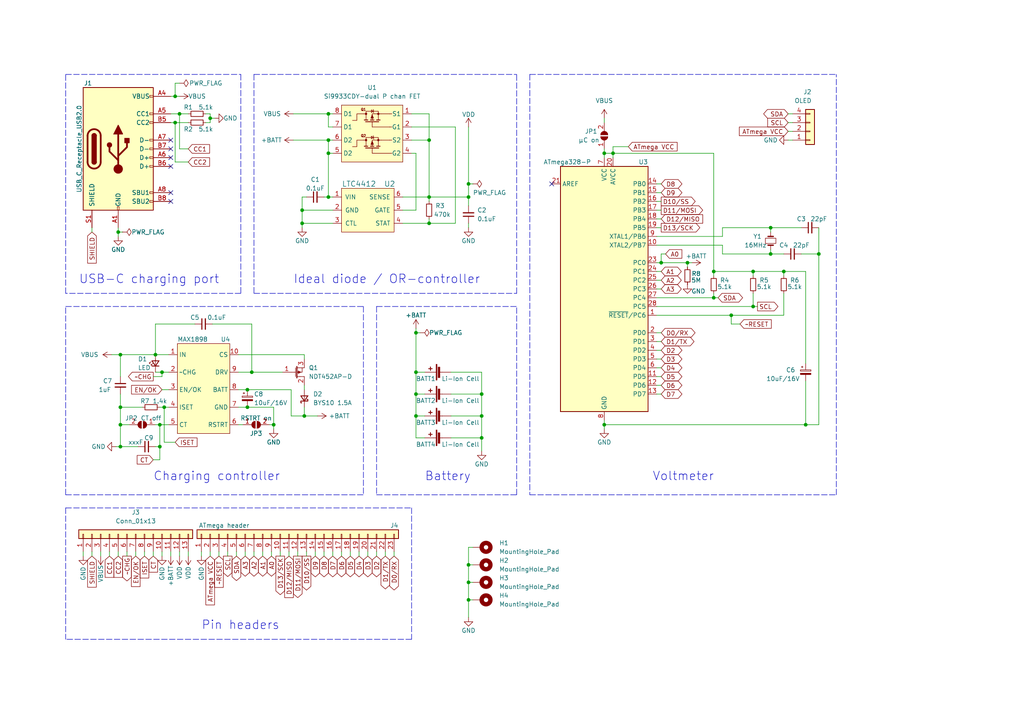
<source format=kicad_sch>
(kicad_sch (version 20210621) (generator eeschema)
  (paper "A4")
  (lib_symbols
    (symbol "Connector:USB_C_Receptacle_USB2.0" (pin_names (offset 1.016))
      (property "Reference" "J" (at -10.16 19.05 0))
      (property "Value" "USB_C_Receptacle_USB2.0" (at 19.05 19.05 0))
      (symbol "USB_C_Receptacle_USB2.0_1_1"
        (pin passive line (at 0 -22.86 90) (length 5.08) (name "GND") (number "A1"))
        (pin passive line (at 0 -22.86 90) (length 5.08) hide (name "GND") (number "A12"))
        (pin passive line (at 15.24 15.24 180) (length 5.08) (name "VBUS") (number "A4"))
        (pin bidirectional line (at 15.24 10.16 180) (length 5.08) (name "CC1") (number "A5"))
        (pin bidirectional line (at 15.24 -2.54 180) (length 5.08) (name "D+") (number "A6"))
        (pin bidirectional line (at 15.24 2.54 180) (length 5.08) (name "D-") (number "A7"))
        (pin bidirectional line (at 15.24 -12.7 180) (length 5.08) (name "SBU1") (number "A8"))
        (pin passive line (at 15.24 15.24 180) (length 5.08) hide (name "VBUS") (number "A9"))
        (pin passive line (at 0 -22.86 90) (length 5.08) hide (name "GND") (number "B1"))
        (pin passive line (at 0 -22.86 90) (length 5.08) hide (name "GND") (number "B12"))
        (pin passive line (at 15.24 15.24 180) (length 5.08) hide (name "VBUS") (number "B4"))
        (pin bidirectional line (at 15.24 7.62 180) (length 5.08) (name "CC2") (number "B5"))
        (pin bidirectional line (at 15.24 -5.08 180) (length 5.08) (name "D+") (number "B6"))
        (pin bidirectional line (at 15.24 0 180) (length 5.08) (name "D-") (number "B7"))
        (pin bidirectional line (at 15.24 -15.24 180) (length 5.08) (name "SBU2") (number "B8"))
        (pin passive line (at 15.24 15.24 180) (length 5.08) hide (name "VBUS") (number "B9"))
        (pin passive line (at -7.62 -22.86 90) (length 5.08) (name "SHIELD") (number "S1"))
      )
    )
    (symbol "Connector_Generic:Conn_01x04" (pin_names (offset 1.016) hide)
      (property "Reference" "J" (at 0 5.08 0))
      (property "Value" "Conn_01x04" (at 0 -7.62 0))
      (symbol "Conn_01x04_1_1"
        (pin passive line (at -5.08 2.54 0) (length 3.81) (name "Pin_1") (number "1"))
        (pin passive line (at -5.08 0 0) (length 3.81) (name "Pin_2") (number "2"))
        (pin passive line (at -5.08 -2.54 0) (length 3.81) (name "Pin_3") (number "3"))
        (pin passive line (at -5.08 -5.08 0) (length 3.81) (name "Pin_4") (number "4"))
      )
    )
    (symbol "Connector_Generic:Conn_01x13" (pin_names (offset 1.016) hide)
      (property "Reference" "J" (at 0 17.78 0))
      (property "Value" "Conn_01x13" (at 0 -17.78 0))
      (symbol "Conn_01x13_1_1"
        (pin passive line (at -5.08 15.24 0) (length 3.81) (name "Pin_1") (number "1"))
        (pin passive line (at -5.08 -7.62 0) (length 3.81) (name "Pin_10") (number "10"))
        (pin passive line (at -5.08 -10.16 0) (length 3.81) (name "Pin_11") (number "11"))
        (pin passive line (at -5.08 -12.7 0) (length 3.81) (name "Pin_12") (number "12"))
        (pin passive line (at -5.08 -15.24 0) (length 3.81) (name "Pin_13") (number "13"))
        (pin passive line (at -5.08 12.7 0) (length 3.81) (name "Pin_2") (number "2"))
        (pin passive line (at -5.08 10.16 0) (length 3.81) (name "Pin_3") (number "3"))
        (pin passive line (at -5.08 7.62 0) (length 3.81) (name "Pin_4") (number "4"))
        (pin passive line (at -5.08 5.08 0) (length 3.81) (name "Pin_5") (number "5"))
        (pin passive line (at -5.08 2.54 0) (length 3.81) (name "Pin_6") (number "6"))
        (pin passive line (at -5.08 0 0) (length 3.81) (name "Pin_7") (number "7"))
        (pin passive line (at -5.08 -2.54 0) (length 3.81) (name "Pin_8") (number "8"))
        (pin passive line (at -5.08 -5.08 0) (length 3.81) (name "Pin_9") (number "9"))
      )
    )
    (symbol "Connector_Generic:Conn_01x23" (pin_names (offset 1.016) hide)
      (property "Reference" "J" (at 0 30.48 0))
      (property "Value" "Conn_01x23" (at 0 -30.48 0))
      (symbol "Conn_01x23_1_1"
        (pin passive line (at -5.08 27.94 0) (length 3.81) (name "Pin_1") (number "1"))
        (pin passive line (at -5.08 5.08 0) (length 3.81) (name "Pin_10") (number "10"))
        (pin passive line (at -5.08 2.54 0) (length 3.81) (name "Pin_11") (number "11"))
        (pin passive line (at -5.08 0 0) (length 3.81) (name "Pin_12") (number "12"))
        (pin passive line (at -5.08 -2.54 0) (length 3.81) (name "Pin_13") (number "13"))
        (pin passive line (at -5.08 -5.08 0) (length 3.81) (name "Pin_14") (number "14"))
        (pin passive line (at -5.08 -7.62 0) (length 3.81) (name "Pin_15") (number "15"))
        (pin passive line (at -5.08 -10.16 0) (length 3.81) (name "Pin_16") (number "16"))
        (pin passive line (at -5.08 -12.7 0) (length 3.81) (name "Pin_17") (number "17"))
        (pin passive line (at -5.08 -15.24 0) (length 3.81) (name "Pin_18") (number "18"))
        (pin passive line (at -5.08 -17.78 0) (length 3.81) (name "Pin_19") (number "19"))
        (pin passive line (at -5.08 25.4 0) (length 3.81) (name "Pin_2") (number "2"))
        (pin passive line (at -5.08 -20.32 0) (length 3.81) (name "Pin_20") (number "20"))
        (pin passive line (at -5.08 -22.86 0) (length 3.81) (name "Pin_21") (number "21"))
        (pin passive line (at -5.08 -25.4 0) (length 3.81) (name "Pin_22") (number "22"))
        (pin passive line (at -5.08 -27.94 0) (length 3.81) (name "Pin_23") (number "23"))
        (pin passive line (at -5.08 22.86 0) (length 3.81) (name "Pin_3") (number "3"))
        (pin passive line (at -5.08 20.32 0) (length 3.81) (name "Pin_4") (number "4"))
        (pin passive line (at -5.08 17.78 0) (length 3.81) (name "Pin_5") (number "5"))
        (pin passive line (at -5.08 15.24 0) (length 3.81) (name "Pin_6") (number "6"))
        (pin passive line (at -5.08 12.7 0) (length 3.81) (name "Pin_7") (number "7"))
        (pin passive line (at -5.08 10.16 0) (length 3.81) (name "Pin_8") (number "8"))
        (pin passive line (at -5.08 7.62 0) (length 3.81) (name "Pin_9") (number "9"))
      )
    )
    (symbol "Device:Battery_Cell" (pin_numbers hide) (pin_names (offset 0) hide)
      (property "Reference" "BT" (at 2.54 2.54 0))
      (property "Value" "Battery_Cell" (at 2.54 0 0))
      (symbol "Battery_Cell_1_1"
        (pin passive line (at 0 5.08 270) (length 2.54) (name "+") (number "1"))
        (pin passive line (at 0 -2.54 90) (length 2.54) (name "-") (number "2"))
      )
    )
    (symbol "Device:C_Polarized_Small" (pin_numbers hide) (pin_names (offset 0.254) hide)
      (property "Reference" "C" (at 0.254 1.778 0))
      (property "Value" "C_Polarized_Small" (at 0.254 -2.032 0))
      (symbol "C_Polarized_Small_1_1"
        (pin passive line (at 0 2.54 270) (length 1.8542) (name "~") (number "1"))
        (pin passive line (at 0 -2.54 90) (length 1.8542) (name "~") (number "2"))
      )
    )
    (symbol "Device:C_Small" (pin_numbers hide) (pin_names (offset 0.254) hide)
      (property "Reference" "C" (at 0.254 1.778 0))
      (property "Value" "C_Small" (at 0.254 -2.032 0))
      (symbol "C_Small_1_1"
        (pin passive line (at 0 2.54 270) (length 2.032) (name "~") (number "1"))
        (pin passive line (at 0 -2.54 90) (length 2.032) (name "~") (number "2"))
      )
    )
    (symbol "Device:Crystal_Small" (pin_numbers hide) (pin_names (offset 1.016) hide)
      (property "Reference" "Y" (at 0 2.54 0))
      (property "Value" "Crystal_Small" (at 0 -2.54 0))
      (symbol "Crystal_Small_1_1"
        (pin passive line (at -2.54 0 0) (length 1.27) (name "1") (number "1"))
        (pin passive line (at 2.54 0 180) (length 1.27) (name "2") (number "2"))
      )
    )
    (symbol "Device:D_Schottky_Small" (pin_numbers hide) (pin_names (offset 0.254) hide)
      (property "Reference" "D" (at -1.27 2.032 0))
      (property "Value" "D_Schottky_Small" (at -7.112 -2.032 0))
      (symbol "D_Schottky_Small_1_1"
        (pin passive line (at -2.54 0 0) (length 1.778) (name "K") (number "1"))
        (pin passive line (at 2.54 0 180) (length 1.778) (name "A") (number "2"))
      )
    )
    (symbol "Device:LED_Small" (pin_numbers hide) (pin_names (offset 0.254) hide)
      (property "Reference" "D" (at -1.27 3.175 0))
      (property "Value" "LED_Small" (at -4.445 -2.54 0))
      (symbol "LED_Small_1_1"
        (pin passive line (at -2.54 0 0) (length 1.778) (name "K") (number "1"))
        (pin passive line (at 2.54 0 180) (length 1.778) (name "A") (number "2"))
      )
    )
    (symbol "Device:R_Small" (pin_numbers hide) (pin_names (offset 0.254) hide)
      (property "Reference" "R" (at 0.762 0.508 0))
      (property "Value" "R_Small" (at 0.762 -1.016 0))
      (symbol "R_Small_1_1"
        (pin passive line (at 0 2.54 270) (length 0.762) (name "~") (number "1"))
        (pin passive line (at 0 -2.54 90) (length 0.762) (name "~") (number "2"))
      )
    )
    (symbol "Jumper:SolderJumper_2_Open" (pin_names (offset 0) hide)
      (property "Reference" "JP" (at 0 2.032 0))
      (property "Value" "SolderJumper_2_Open" (at 0 -2.54 0))
      (symbol "SolderJumper_2_Open_1_1"
        (pin passive line (at -3.81 0 0) (length 2.54) (name "A") (number "1"))
        (pin passive line (at 3.81 0 180) (length 2.54) (name "B") (number "2"))
      )
    )
    (symbol "Li-Ion_18650_charger:LTC4412ES6_TRMPBF" (pin_names (offset 1.016))
      (property "Reference" "U" (at -7.62 -3.81 0))
      (property "Value" "LTC4412ES6_TRMPBF" (at -11.43 -19.05 0))
      (symbol "LTC4412ES6_TRMPBF_1_1"
        (pin power_in line (at -10.16 -7.62 0) (length 2.54) (name "VIN") (number "1"))
        (pin power_in line (at -10.16 -11.43 0) (length 2.54) (name "GND") (number "2"))
        (pin input line (at -10.16 -15.24 0) (length 2.54) (name "CTL") (number "3"))
        (pin output line (at 10.16 -15.24 180) (length 2.54) (name "STAT") (number "4"))
        (pin output line (at 10.16 -11.43 180) (length 2.54) (name "GATE") (number "5"))
        (pin input line (at 10.16 -7.62 180) (length 2.54) (name "SENSE") (number "6"))
      )
    )
    (symbol "Li-Ion_18650_charger:MAX1898"
      (property "Reference" "U" (at 6.35 14.605 0))
      (property "Value" "MAX1898" (at -3.175 14.605 0))
      (symbol "MAX1898_1_1"
        (pin power_in line (at -10.16 10.16 0) (length 2.54) (name "IN") (number "1"))
        (pin input line (at 10.16 10.16 180) (length 2.54) (name "CS") (number "10"))
        (pin output line (at -10.16 5.08 0) (length 2.54) (name "~CHG") (number "2"))
        (pin bidirectional line (at -10.16 0 0) (length 2.54) (name "EN/OK") (number "3"))
        (pin input line (at -10.16 -5.08 0) (length 2.54) (name "ISET") (number "4"))
        (pin input line (at -10.16 -10.16 0) (length 2.54) (name "CT") (number "5"))
        (pin input line (at 10.16 -10.16 180) (length 2.54) (name "RSTRT") (number "6"))
        (pin power_in line (at 10.16 -5.08 180) (length 2.54) (name "GND") (number "7"))
        (pin passive line (at 10.16 0 180) (length 2.54) (name "BATT") (number "8"))
        (pin output line (at 10.16 5.08 180) (length 2.54) (name "DRV") (number "9"))
      )
    )
    (symbol "Li-Ion_18650_charger:PMOS_GDS_small"
      (property "Reference" "Q" (at 3.81 1.27 0))
      (property "Value" "PMOS_GDS_small" (at 11.43 -1.27 0))
      (symbol "PMOS_GDS_small_1_1"
        (pin passive line (at -3.81 0 0) (length 2.54) (name "") (number "1"))
        (pin passive line (at 2.54 3.81 270) (length 2.54) (name "") (number "2"))
        (pin passive line (at 2.54 -3.81 90) (length 2.54) (name "") (number "3"))
      )
    )
    (symbol "Li-Ion_18650_charger:Si9933CDY-dual P chan FET"
      (property "Reference" "U" (at -8.255 1.27 0))
      (property "Value" "Si9933CDY-dual P chan FET" (at 0.635 -17.78 0))
      (symbol "Si9933CDY-dual P chan FET_0_0"
        (text "Q1" (at -2.54 -1.27 0) (effects (font (size 0.7 0.7))))
        (text "Q2" (at -2.54 -8.89 0) (effects (font (size 0.7 0.7))))
      )
      (symbol "Si9933CDY-dual P chan FET_1_1"
        (pin passive line (at 11.43 -2.54 180) (length 2.54) (name "S1") (number "1"))
        (pin input line (at 11.43 -6.35 180) (length 2.54) (name "G1") (number "2"))
        (pin passive line (at 11.43 -10.16 180) (length 2.54) (name "S2") (number "3"))
        (pin input line (at 11.43 -13.97 180) (length 2.54) (name "G2") (number "4"))
        (pin passive line (at -11.43 -13.97 0) (length 2.54) (name "D2") (number "5"))
        (pin passive line (at -11.43 -10.16 0) (length 2.54) (name "D2") (number "6"))
        (pin passive line (at -11.43 -6.35 0) (length 2.54) (name "D1") (number "7"))
        (pin passive line (at -11.43 -2.54 0) (length 2.54) (name "D1") (number "8"))
      )
    )
    (symbol "MCU_Microchip_ATmega:ATmega328-P"
      (property "Reference" "U" (at -12.7 36.83 0))
      (property "Value" "ATmega328-P" (at 2.54 -36.83 0))
      (symbol "ATmega328-P_1_1"
        (pin bidirectional line (at 15.24 -7.62 180) (length 2.54) (name "~{RESET}/PC6") (number "1"))
        (pin bidirectional line (at 15.24 12.7 180) (length 2.54) (name "XTAL2/PB7") (number "10"))
        (pin bidirectional line (at 15.24 -25.4 180) (length 2.54) (name "PD5") (number "11"))
        (pin bidirectional line (at 15.24 -27.94 180) (length 2.54) (name "PD6") (number "12"))
        (pin bidirectional line (at 15.24 -30.48 180) (length 2.54) (name "PD7") (number "13"))
        (pin bidirectional line (at 15.24 30.48 180) (length 2.54) (name "PB0") (number "14"))
        (pin bidirectional line (at 15.24 27.94 180) (length 2.54) (name "PB1") (number "15"))
        (pin bidirectional line (at 15.24 25.4 180) (length 2.54) (name "PB2") (number "16"))
        (pin bidirectional line (at 15.24 22.86 180) (length 2.54) (name "PB3") (number "17"))
        (pin bidirectional line (at 15.24 20.32 180) (length 2.54) (name "PB4") (number "18"))
        (pin bidirectional line (at 15.24 17.78 180) (length 2.54) (name "PB5") (number "19"))
        (pin bidirectional line (at 15.24 -12.7 180) (length 2.54) (name "PD0") (number "2"))
        (pin power_in line (at 2.54 38.1 270) (length 2.54) (name "AVCC") (number "20"))
        (pin passive line (at -15.24 30.48 0) (length 2.54) (name "AREF") (number "21"))
        (pin passive line (at 0 -38.1 90) (length 2.54) hide (name "GND") (number "22"))
        (pin bidirectional line (at 15.24 7.62 180) (length 2.54) (name "PC0") (number "23"))
        (pin bidirectional line (at 15.24 5.08 180) (length 2.54) (name "PC1") (number "24"))
        (pin bidirectional line (at 15.24 2.54 180) (length 2.54) (name "PC2") (number "25"))
        (pin bidirectional line (at 15.24 0 180) (length 2.54) (name "PC3") (number "26"))
        (pin bidirectional line (at 15.24 -2.54 180) (length 2.54) (name "PC4") (number "27"))
        (pin bidirectional line (at 15.24 -5.08 180) (length 2.54) (name "PC5") (number "28"))
        (pin bidirectional line (at 15.24 -15.24 180) (length 2.54) (name "PD1") (number "3"))
        (pin bidirectional line (at 15.24 -17.78 180) (length 2.54) (name "PD2") (number "4"))
        (pin bidirectional line (at 15.24 -20.32 180) (length 2.54) (name "PD3") (number "5"))
        (pin bidirectional line (at 15.24 -22.86 180) (length 2.54) (name "PD4") (number "6"))
        (pin power_in line (at 0 38.1 270) (length 2.54) (name "VCC") (number "7"))
        (pin power_in line (at 0 -38.1 90) (length 2.54) (name "GND") (number "8"))
        (pin bidirectional line (at 15.24 15.24 180) (length 2.54) (name "XTAL1/PB6") (number "9"))
      )
    )
    (symbol "Mechanical:MountingHole_Pad" (pin_numbers hide) (pin_names (offset 1.016) hide)
      (property "Reference" "H" (at 0 6.35 0))
      (property "Value" "MountingHole_Pad" (at 0 4.445 0))
      (symbol "MountingHole_Pad_1_1"
        (pin input line (at 0 -2.54 90) (length 2.54) (name "1") (number "1"))
      )
    )
    (symbol "power:+BATT" (power) (pin_names (offset 0))
      (property "Value" "+BATT" (at 0 3.556 0))
      (symbol "+BATT_1_1"
        (pin power_in line (at 0 0 90) (length 0) hide (name "+BATT") (number "1"))
      )
    )
    (symbol "power:GND" (power) (pin_names (offset 0))
      (property "Value" "GND" (at 0 -3.81 0))
      (symbol "GND_1_1"
        (pin power_in line (at 0 0 270) (length 0) hide (name "GND") (number "1"))
      )
    )
    (symbol "power:PWR_FLAG" (power) (pin_numbers hide) (pin_names (offset 0) hide)
      (property "Value" "PWR_FLAG" (at 0 3.81 0))
      (symbol "PWR_FLAG_0_0"
        (pin power_out line (at 0 0 90) (length 0) (name "pwr") (number "1"))
      )
    )
    (symbol "power:VBUS" (power) (pin_names (offset 0))
      (property "Value" "VBUS" (at 0 3.81 0))
      (symbol "VBUS_1_1"
        (pin power_in line (at 0 0 90) (length 0) hide (name "VBUS") (number "1"))
      )
    )
    (symbol "power:VDD" (power) (pin_names (offset 0))
      (property "Value" "VDD" (at 0 3.81 0))
      (symbol "VDD_1_1"
        (pin power_in line (at 0 0 90) (length 0) hide (name "VDD") (number "1"))
      )
    )
  )
  (junction (at 34.29 67.31) (diameter 0.9144))
  (junction (at 34.925 102.87) (diameter 0.9144))
  (junction (at 34.925 118.11) (diameter 0.9144))
  (junction (at 34.925 123.19) (diameter 0.9144))
  (junction (at 34.925 129.54) (diameter 0.9144))
  (junction (at 45.085 102.87) (diameter 0.9144))
  (junction (at 46.355 123.19) (diameter 0.9144))
  (junction (at 46.355 129.54) (diameter 0.9144))
  (junction (at 46.99 107.95) (diameter 0.9144))
  (junction (at 47.625 118.11) (diameter 0.9144))
  (junction (at 50.8 27.94) (diameter 0.9144))
  (junction (at 50.8 35.56) (diameter 0.9144))
  (junction (at 52.07 33.02) (diameter 0.9144))
  (junction (at 60.96 34.29) (diameter 0.9144))
  (junction (at 71.755 113.03) (diameter 0.9144))
  (junction (at 71.755 118.11) (diameter 0.9144))
  (junction (at 73.025 107.95) (diameter 0.9144))
  (junction (at 79.375 123.19) (diameter 0.9144))
  (junction (at 87.63 60.96) (diameter 0.9144))
  (junction (at 87.63 64.77) (diameter 0.9144))
  (junction (at 88.265 120.65) (diameter 0.9144))
  (junction (at 95.25 33.02) (diameter 0.9144))
  (junction (at 95.25 40.64) (diameter 0.9144))
  (junction (at 95.25 44.45) (diameter 0.9144))
  (junction (at 95.25 57.15) (diameter 0.9144))
  (junction (at 120.65 96.52) (diameter 0.9144))
  (junction (at 120.65 107.95) (diameter 0.9144))
  (junction (at 120.65 114.3) (diameter 0.9144))
  (junction (at 120.65 120.65) (diameter 0.9144))
  (junction (at 124.46 40.64) (diameter 0.9144))
  (junction (at 124.46 57.15) (diameter 0.9144))
  (junction (at 124.46 64.77) (diameter 0.9144))
  (junction (at 135.89 53.34) (diameter 0.9144))
  (junction (at 135.89 57.15) (diameter 0.9144))
  (junction (at 135.89 163.83) (diameter 0.9144))
  (junction (at 135.89 168.91) (diameter 0.9144))
  (junction (at 135.89 173.99) (diameter 0.9144))
  (junction (at 139.7 114.3) (diameter 0.9144))
  (junction (at 139.7 120.65) (diameter 0.9144))
  (junction (at 139.7 127) (diameter 0.9144))
  (junction (at 175.26 44.45) (diameter 0.9144))
  (junction (at 175.26 123.19) (diameter 0.9144))
  (junction (at 177.8 44.45) (diameter 0.9144))
  (junction (at 191.77 76.2) (diameter 0.9144))
  (junction (at 199.39 76.2) (diameter 0.9144))
  (junction (at 207.01 78.74) (diameter 0.9144))
  (junction (at 207.01 86.36) (diameter 0.9144))
  (junction (at 212.09 91.44) (diameter 0.9144))
  (junction (at 218.44 78.74) (diameter 0.9144))
  (junction (at 218.44 88.9) (diameter 0.9144))
  (junction (at 223.52 66.04) (diameter 0.9144))
  (junction (at 223.52 73.66) (diameter 0.9144))
  (junction (at 227.33 78.74) (diameter 0.9144))
  (junction (at 233.68 123.19) (diameter 0.9144))
  (junction (at 237.49 73.66) (diameter 0.9144))
  (no_connect (at 49.53 40.64))
  (no_connect (at 49.53 43.18))
  (no_connect (at 49.53 45.72))
  (no_connect (at 49.53 48.26))
  (no_connect (at 49.53 55.88))
  (no_connect (at 49.53 58.42))
  (no_connect (at 160.02 53.34))
  (wire (pts (xy 24.13 160.02) (xy 24.13 161.29)))
  (wire (pts (xy 26.67 66.04) (xy 26.67 67.31)))
  (wire (pts (xy 26.67 160.02) (xy 26.67 161.29)))
  (wire (pts (xy 29.21 160.02) (xy 29.21 161.29)))
  (wire (pts (xy 31.75 160.02) (xy 31.75 161.29)))
  (wire (pts (xy 32.385 102.87) (xy 34.925 102.87)))
  (wire (pts (xy 33.655 129.54) (xy 34.925 129.54)))
  (wire (pts (xy 34.29 66.04) (xy 34.29 67.31)))
  (wire (pts (xy 34.29 67.31) (xy 34.29 68.58)))
  (wire (pts (xy 34.29 67.31) (xy 35.56 67.31)))
  (wire (pts (xy 34.29 160.02) (xy 34.29 161.29)))
  (wire (pts (xy 34.925 102.87) (xy 34.925 109.22)))
  (wire (pts (xy 34.925 102.87) (xy 45.085 102.87)))
  (wire (pts (xy 34.925 114.3) (xy 34.925 118.11)))
  (wire (pts (xy 34.925 118.11) (xy 34.925 123.19)))
  (wire (pts (xy 34.925 118.11) (xy 41.275 118.11)))
  (wire (pts (xy 34.925 123.19) (xy 34.925 129.54)))
  (wire (pts (xy 34.925 123.19) (xy 37.465 123.19)))
  (wire (pts (xy 34.925 129.54) (xy 40.005 129.54)))
  (wire (pts (xy 36.83 160.02) (xy 36.83 161.29)))
  (wire (pts (xy 39.37 160.02) (xy 39.37 161.29)))
  (wire (pts (xy 41.91 160.02) (xy 41.91 161.29)))
  (wire (pts (xy 44.45 109.22) (xy 46.99 109.22)))
  (wire (pts (xy 44.45 133.35) (xy 46.355 133.35)))
  (wire (pts (xy 44.45 160.02) (xy 44.45 161.29)))
  (wire (pts (xy 45.085 93.98) (xy 45.085 102.87)))
  (wire (pts (xy 45.085 102.87) (xy 48.895 102.87)))
  (wire (pts (xy 45.085 107.95) (xy 46.99 107.95)))
  (wire (pts (xy 45.085 123.19) (xy 46.355 123.19)))
  (wire (pts (xy 45.085 129.54) (xy 46.355 129.54)))
  (wire (pts (xy 46.355 118.11) (xy 47.625 118.11)))
  (wire (pts (xy 46.355 123.19) (xy 46.355 129.54)))
  (wire (pts (xy 46.355 123.19) (xy 48.895 123.19)))
  (wire (pts (xy 46.355 129.54) (xy 46.355 133.35)))
  (wire (pts (xy 46.99 107.95) (xy 48.895 107.95)))
  (wire (pts (xy 46.99 109.22) (xy 46.99 107.95)))
  (wire (pts (xy 46.99 113.03) (xy 48.895 113.03)))
  (wire (pts (xy 46.99 160.02) (xy 46.99 161.29)))
  (wire (pts (xy 47.625 118.11) (xy 47.625 128.27)))
  (wire (pts (xy 47.625 118.11) (xy 48.895 118.11)))
  (wire (pts (xy 47.625 128.27) (xy 50.8 128.27)))
  (wire (pts (xy 49.53 27.94) (xy 50.8 27.94)))
  (wire (pts (xy 49.53 33.02) (xy 52.07 33.02)))
  (wire (pts (xy 49.53 35.56) (xy 50.8 35.56)))
  (wire (pts (xy 49.53 160.02) (xy 49.53 161.29)))
  (wire (pts (xy 50.8 24.13) (xy 50.8 27.94)))
  (wire (pts (xy 50.8 27.94) (xy 52.07 27.94)))
  (wire (pts (xy 50.8 35.56) (xy 50.8 46.99)))
  (wire (pts (xy 50.8 35.56) (xy 54.61 35.56)))
  (wire (pts (xy 50.8 46.99) (xy 54.61 46.99)))
  (wire (pts (xy 52.07 24.13) (xy 50.8 24.13)))
  (wire (pts (xy 52.07 33.02) (xy 52.07 43.18)))
  (wire (pts (xy 52.07 33.02) (xy 54.61 33.02)))
  (wire (pts (xy 52.07 43.18) (xy 54.61 43.18)))
  (wire (pts (xy 52.07 160.02) (xy 52.07 161.29)))
  (wire (pts (xy 54.61 160.02) (xy 54.61 161.29)))
  (wire (pts (xy 56.515 93.98) (xy 45.085 93.98)))
  (wire (pts (xy 58.42 161.29) (xy 58.42 160.02)))
  (wire (pts (xy 59.69 33.02) (xy 60.96 33.02)))
  (wire (pts (xy 59.69 35.56) (xy 60.96 35.56)))
  (wire (pts (xy 60.96 33.02) (xy 60.96 34.29)))
  (wire (pts (xy 60.96 34.29) (xy 60.96 35.56)))
  (wire (pts (xy 60.96 34.29) (xy 62.23 34.29)))
  (wire (pts (xy 60.96 161.29) (xy 60.96 160.02)))
  (wire (pts (xy 61.595 93.98) (xy 73.025 93.98)))
  (wire (pts (xy 63.5 161.29) (xy 63.5 160.02)))
  (wire (pts (xy 66.04 161.29) (xy 66.04 160.02)))
  (wire (pts (xy 68.58 161.29) (xy 68.58 160.02)))
  (wire (pts (xy 69.215 102.87) (xy 88.265 102.87)))
  (wire (pts (xy 69.215 107.95) (xy 73.025 107.95)))
  (wire (pts (xy 69.215 113.03) (xy 71.755 113.03)))
  (wire (pts (xy 69.215 118.11) (xy 71.755 118.11)))
  (wire (pts (xy 69.215 123.19) (xy 70.485 123.19)))
  (wire (pts (xy 71.12 161.29) (xy 71.12 160.02)))
  (wire (pts (xy 71.755 113.03) (xy 84.455 113.03)))
  (wire (pts (xy 71.755 118.11) (xy 79.375 118.11)))
  (wire (pts (xy 73.025 107.95) (xy 73.025 93.98)))
  (wire (pts (xy 73.025 107.95) (xy 81.915 107.95)))
  (wire (pts (xy 73.66 161.29) (xy 73.66 160.02)))
  (wire (pts (xy 76.2 161.29) (xy 76.2 160.02)))
  (wire (pts (xy 78.105 123.19) (xy 79.375 123.19)))
  (wire (pts (xy 78.74 161.29) (xy 78.74 160.02)))
  (wire (pts (xy 79.375 118.11) (xy 79.375 123.19)))
  (wire (pts (xy 79.375 123.19) (xy 79.375 124.46)))
  (wire (pts (xy 81.28 161.29) (xy 81.28 160.02)))
  (wire (pts (xy 83.82 161.29) (xy 83.82 160.02)))
  (wire (pts (xy 84.455 113.03) (xy 84.455 120.65)))
  (wire (pts (xy 84.455 120.65) (xy 88.265 120.65)))
  (wire (pts (xy 86.36 161.29) (xy 86.36 160.02)))
  (wire (pts (xy 87.63 57.15) (xy 87.63 60.96)))
  (wire (pts (xy 87.63 60.96) (xy 87.63 64.77)))
  (wire (pts (xy 87.63 60.96) (xy 96.52 60.96)))
  (wire (pts (xy 87.63 64.77) (xy 87.63 66.04)))
  (wire (pts (xy 87.63 64.77) (xy 96.52 64.77)))
  (wire (pts (xy 88.265 102.87) (xy 88.265 104.14)))
  (wire (pts (xy 88.265 111.76) (xy 88.265 113.03)))
  (wire (pts (xy 88.265 118.11) (xy 88.265 120.65)))
  (wire (pts (xy 88.265 120.65) (xy 92.075 120.65)))
  (wire (pts (xy 88.9 57.15) (xy 87.63 57.15)))
  (wire (pts (xy 88.9 161.29) (xy 88.9 160.02)))
  (wire (pts (xy 91.44 161.29) (xy 91.44 160.02)))
  (wire (pts (xy 93.98 57.15) (xy 95.25 57.15)))
  (wire (pts (xy 93.98 161.29) (xy 93.98 160.02)))
  (wire (pts (xy 95.25 33.02) (xy 85.09 33.02)))
  (wire (pts (xy 95.25 36.83) (xy 95.25 33.02)))
  (wire (pts (xy 95.25 40.64) (xy 85.09 40.64)))
  (wire (pts (xy 95.25 44.45) (xy 95.25 40.64)))
  (wire (pts (xy 95.25 44.45) (xy 95.25 57.15)))
  (wire (pts (xy 95.25 57.15) (xy 96.52 57.15)))
  (wire (pts (xy 96.52 33.02) (xy 95.25 33.02)))
  (wire (pts (xy 96.52 36.83) (xy 95.25 36.83)))
  (wire (pts (xy 96.52 40.64) (xy 95.25 40.64)))
  (wire (pts (xy 96.52 44.45) (xy 95.25 44.45)))
  (wire (pts (xy 96.52 161.29) (xy 96.52 160.02)))
  (wire (pts (xy 99.06 161.29) (xy 99.06 160.02)))
  (wire (pts (xy 101.6 161.29) (xy 101.6 160.02)))
  (wire (pts (xy 104.14 161.29) (xy 104.14 160.02)))
  (wire (pts (xy 106.68 161.29) (xy 106.68 160.02)))
  (wire (pts (xy 109.22 161.29) (xy 109.22 160.02)))
  (wire (pts (xy 111.76 161.29) (xy 111.76 160.02)))
  (wire (pts (xy 114.3 161.29) (xy 114.3 160.02)))
  (wire (pts (xy 116.84 57.15) (xy 124.46 57.15)))
  (wire (pts (xy 116.84 60.96) (xy 120.65 60.96)))
  (wire (pts (xy 116.84 64.77) (xy 124.46 64.77)))
  (wire (pts (xy 119.38 40.64) (xy 124.46 40.64)))
  (wire (pts (xy 120.65 44.45) (xy 119.38 44.45)))
  (wire (pts (xy 120.65 60.96) (xy 120.65 44.45)))
  (wire (pts (xy 120.65 95.25) (xy 120.65 96.52)))
  (wire (pts (xy 120.65 96.52) (xy 120.65 107.95)))
  (wire (pts (xy 120.65 96.52) (xy 121.92 96.52)))
  (wire (pts (xy 120.65 107.95) (xy 120.65 114.3)))
  (wire (pts (xy 120.65 107.95) (xy 123.19 107.95)))
  (wire (pts (xy 120.65 114.3) (xy 120.65 120.65)))
  (wire (pts (xy 120.65 114.3) (xy 123.19 114.3)))
  (wire (pts (xy 120.65 120.65) (xy 120.65 127)))
  (wire (pts (xy 120.65 120.65) (xy 123.19 120.65)))
  (wire (pts (xy 120.65 127) (xy 123.19 127)))
  (wire (pts (xy 124.46 33.02) (xy 119.38 33.02)))
  (wire (pts (xy 124.46 40.64) (xy 124.46 33.02)))
  (wire (pts (xy 124.46 40.64) (xy 124.46 57.15)))
  (wire (pts (xy 124.46 57.15) (xy 124.46 58.42)))
  (wire (pts (xy 124.46 57.15) (xy 135.89 57.15)))
  (wire (pts (xy 124.46 63.5) (xy 124.46 64.77)))
  (wire (pts (xy 124.46 64.77) (xy 132.08 64.77)))
  (wire (pts (xy 130.81 107.95) (xy 139.7 107.95)))
  (wire (pts (xy 130.81 114.3) (xy 139.7 114.3)))
  (wire (pts (xy 130.81 120.65) (xy 139.7 120.65)))
  (wire (pts (xy 132.08 36.83) (xy 119.38 36.83)))
  (wire (pts (xy 132.08 64.77) (xy 132.08 36.83)))
  (wire (pts (xy 135.89 36.83) (xy 135.89 53.34)))
  (wire (pts (xy 135.89 53.34) (xy 135.89 57.15)))
  (wire (pts (xy 135.89 53.34) (xy 137.16 53.34)))
  (wire (pts (xy 135.89 57.15) (xy 135.89 59.69)))
  (wire (pts (xy 135.89 64.77) (xy 135.89 66.04)))
  (wire (pts (xy 135.89 158.75) (xy 135.89 163.83)))
  (wire (pts (xy 135.89 163.83) (xy 135.89 168.91)))
  (wire (pts (xy 135.89 163.83) (xy 137.16 163.83)))
  (wire (pts (xy 135.89 168.91) (xy 135.89 173.99)))
  (wire (pts (xy 135.89 168.91) (xy 137.16 168.91)))
  (wire (pts (xy 135.89 173.99) (xy 135.89 179.07)))
  (wire (pts (xy 135.89 173.99) (xy 137.16 173.99)))
  (wire (pts (xy 137.16 158.75) (xy 135.89 158.75)))
  (wire (pts (xy 139.7 107.95) (xy 139.7 114.3)))
  (wire (pts (xy 139.7 114.3) (xy 139.7 120.65)))
  (wire (pts (xy 139.7 120.65) (xy 139.7 127)))
  (wire (pts (xy 139.7 127) (xy 130.81 127)))
  (wire (pts (xy 139.7 127) (xy 139.7 130.81)))
  (wire (pts (xy 175.26 34.29) (xy 175.26 35.56)))
  (wire (pts (xy 175.26 43.18) (xy 175.26 44.45)))
  (wire (pts (xy 175.26 44.45) (xy 175.26 45.72)))
  (wire (pts (xy 175.26 121.92) (xy 175.26 123.19)))
  (wire (pts (xy 175.26 123.19) (xy 175.26 124.46)))
  (wire (pts (xy 175.26 123.19) (xy 233.68 123.19)))
  (wire (pts (xy 177.8 42.545) (xy 177.8 44.45)))
  (wire (pts (xy 177.8 44.45) (xy 175.26 44.45)))
  (wire (pts (xy 177.8 44.45) (xy 207.01 44.45)))
  (wire (pts (xy 177.8 45.72) (xy 177.8 44.45)))
  (wire (pts (xy 182.245 42.545) (xy 177.8 42.545)))
  (wire (pts (xy 190.5 53.34) (xy 191.77 53.34)))
  (wire (pts (xy 190.5 55.88) (xy 191.77 55.88)))
  (wire (pts (xy 190.5 58.42) (xy 191.77 58.42)))
  (wire (pts (xy 190.5 60.96) (xy 191.77 60.96)))
  (wire (pts (xy 190.5 63.5) (xy 191.77 63.5)))
  (wire (pts (xy 190.5 66.04) (xy 191.77 66.04)))
  (wire (pts (xy 190.5 68.58) (xy 209.55 68.58)))
  (wire (pts (xy 190.5 71.12) (xy 209.55 71.12)))
  (wire (pts (xy 190.5 76.2) (xy 191.77 76.2)))
  (wire (pts (xy 190.5 78.74) (xy 191.77 78.74)))
  (wire (pts (xy 190.5 81.28) (xy 191.77 81.28)))
  (wire (pts (xy 190.5 83.82) (xy 191.77 83.82)))
  (wire (pts (xy 190.5 86.36) (xy 207.01 86.36)))
  (wire (pts (xy 190.5 88.9) (xy 218.44 88.9)))
  (wire (pts (xy 190.5 91.44) (xy 212.09 91.44)))
  (wire (pts (xy 190.5 96.52) (xy 191.77 96.52)))
  (wire (pts (xy 190.5 99.06) (xy 191.77 99.06)))
  (wire (pts (xy 190.5 101.6) (xy 191.77 101.6)))
  (wire (pts (xy 190.5 104.14) (xy 191.77 104.14)))
  (wire (pts (xy 190.5 106.68) (xy 191.77 106.68)))
  (wire (pts (xy 190.5 109.22) (xy 191.77 109.22)))
  (wire (pts (xy 190.5 111.76) (xy 191.77 111.76)))
  (wire (pts (xy 190.5 114.3) (xy 191.77 114.3)))
  (wire (pts (xy 191.77 73.66) (xy 193.04 73.66)))
  (wire (pts (xy 191.77 76.2) (xy 191.77 73.66)))
  (wire (pts (xy 191.77 76.2) (xy 199.39 76.2)))
  (wire (pts (xy 199.39 76.2) (xy 199.39 77.47)))
  (wire (pts (xy 199.39 76.2) (xy 200.66 76.2)))
  (wire (pts (xy 207.01 44.45) (xy 207.01 78.74)))
  (wire (pts (xy 207.01 78.74) (xy 207.01 80.01)))
  (wire (pts (xy 207.01 78.74) (xy 218.44 78.74)))
  (wire (pts (xy 207.01 86.36) (xy 207.01 85.09)))
  (wire (pts (xy 207.01 86.36) (xy 208.28 86.36)))
  (wire (pts (xy 209.55 66.04) (xy 209.55 68.58)))
  (wire (pts (xy 209.55 66.04) (xy 223.52 66.04)))
  (wire (pts (xy 209.55 71.12) (xy 209.55 73.66)))
  (wire (pts (xy 209.55 73.66) (xy 223.52 73.66)))
  (wire (pts (xy 212.09 91.44) (xy 227.33 91.44)))
  (wire (pts (xy 212.09 93.98) (xy 212.09 91.44)))
  (wire (pts (xy 214.63 93.98) (xy 212.09 93.98)))
  (wire (pts (xy 218.44 78.74) (xy 218.44 80.01)))
  (wire (pts (xy 218.44 78.74) (xy 227.33 78.74)))
  (wire (pts (xy 218.44 85.09) (xy 218.44 88.9)))
  (wire (pts (xy 218.44 88.9) (xy 219.71 88.9)))
  (wire (pts (xy 223.52 66.04) (xy 223.52 67.31)))
  (wire (pts (xy 223.52 66.04) (xy 232.41 66.04)))
  (wire (pts (xy 223.52 73.66) (xy 223.52 72.39)))
  (wire (pts (xy 223.52 73.66) (xy 227.33 73.66)))
  (wire (pts (xy 227.33 78.74) (xy 227.33 80.01)))
  (wire (pts (xy 227.33 78.74) (xy 233.68 78.74)))
  (wire (pts (xy 227.33 85.09) (xy 227.33 91.44)))
  (wire (pts (xy 228.6 33.02) (xy 229.87 33.02)))
  (wire (pts (xy 228.6 35.56) (xy 229.87 35.56)))
  (wire (pts (xy 228.6 38.1) (xy 229.87 38.1)))
  (wire (pts (xy 229.87 40.64) (xy 228.6 40.64)))
  (wire (pts (xy 232.41 73.66) (xy 237.49 73.66)))
  (wire (pts (xy 233.68 78.74) (xy 233.68 105.41)))
  (wire (pts (xy 233.68 110.49) (xy 233.68 123.19)))
  (wire (pts (xy 233.68 123.19) (xy 237.49 123.19)))
  (wire (pts (xy 237.49 66.04) (xy 237.49 73.66)))
  (wire (pts (xy 237.49 73.66) (xy 237.49 123.19)))
  (polyline (pts (xy 19.05 21.59) (xy 69.85 21.59)) (stroke (width 0) (type dash)))
  (polyline (pts (xy 19.05 85.09) (xy 19.05 21.59)) (stroke (width 0) (type dash)))
  (polyline (pts (xy 19.05 88.9) (xy 105.41 88.9)) (stroke (width 0) (type dash)))
  (polyline (pts (xy 19.05 143.51) (xy 19.05 88.9)) (stroke (width 0) (type dash)))
  (polyline (pts (xy 19.05 143.51) (xy 105.41 143.51)) (stroke (width 0) (type dash)))
  (polyline (pts (xy 19.05 147.32) (xy 19.05 185.42)) (stroke (width 0) (type dash)))
  (polyline (pts (xy 19.05 147.32) (xy 119.38 147.32)) (stroke (width 0) (type dash)))
  (polyline (pts (xy 69.85 21.59) (xy 69.85 85.09)) (stroke (width 0) (type dash)))
  (polyline (pts (xy 69.85 85.09) (xy 19.05 85.09)) (stroke (width 0) (type dash)))
  (polyline (pts (xy 73.66 21.59) (xy 73.66 85.09)) (stroke (width 0) (type dash)))
  (polyline (pts (xy 73.66 21.59) (xy 149.86 21.59)) (stroke (width 0) (type dash)))
  (polyline (pts (xy 73.66 85.09) (xy 149.86 85.09)) (stroke (width 0) (type dash)))
  (polyline (pts (xy 105.41 88.9) (xy 105.41 143.51)) (stroke (width 0) (type dash)))
  (polyline (pts (xy 109.22 88.9) (xy 109.22 143.51)) (stroke (width 0) (type dash)))
  (polyline (pts (xy 109.22 88.9) (xy 149.86 88.9)) (stroke (width 0) (type dash)))
  (polyline (pts (xy 109.22 143.51) (xy 149.86 143.51)) (stroke (width 0) (type dash)))
  (polyline (pts (xy 119.38 147.32) (xy 119.38 185.42)) (stroke (width 0) (type dash)))
  (polyline (pts (xy 119.38 185.42) (xy 19.05 185.42)) (stroke (width 0) (type dash)))
  (polyline (pts (xy 149.86 85.09) (xy 149.86 21.59)) (stroke (width 0) (type dash)))
  (polyline (pts (xy 149.86 143.51) (xy 149.86 88.9)) (stroke (width 0) (type dash)))
  (polyline (pts (xy 153.67 21.59) (xy 153.67 143.51)) (stroke (width 0) (type dash)))
  (polyline (pts (xy 153.67 21.59) (xy 242.57 21.59)) (stroke (width 0) (type dash)))
  (polyline (pts (xy 153.67 143.51) (xy 242.57 143.51)) (stroke (width 0) (type dash)))
  (polyline (pts (xy 242.57 143.51) (xy 242.57 21.59)) (stroke (width 0) (type dash)))
  (text "USB-C charging port" (at 22.86 82.55 0) (effects (font (size 2.5 2.5)) (justify left bottom)))
  (text "Charging controller" (at 44.45 139.7 0) (effects (font (size 2.5 2.5)) (justify left bottom)))
  (text "Pin headers" (at 58.42 182.88 0) (effects (font (size 2.5 2.5)) (justify left bottom)))
  (text "Ideal diode / OR-controller" (at 85.09 82.55 0) (effects (font (size 2.5 2.5)) (justify left bottom)))
  (text "Battery" (at 123.19 139.7 0) (effects (font (size 2.5 2.5)) (justify left bottom)))
  (text "Voltmeter" (at 189.23 139.7 0) (effects (font (size 2.5 2.5)) (justify left bottom)))
  (global_label "SHIELD" (shape input) (at 26.67 67.31 270) (property "Intersheet References" "${INTERSHEET_REFS}" (effects hide)))
  (global_label "SHIELD" (shape input) (at 26.67 161.29 270) (property "Intersheet References" "${INTERSHEET_REFS}" (effects hide)))
  (global_label "CC1" (shape input) (at 31.75 161.29 270) (property "Intersheet References" "${INTERSHEET_REFS}" (effects hide)))
  (global_label "CC2" (shape input) (at 34.29 161.29 270) (property "Intersheet References" "${INTERSHEET_REFS}" (effects hide)))
  (global_label "~CHG" (shape output) (at 36.83 161.29 270) (property "Intersheet References" "${INTERSHEET_REFS}" (effects hide)))
  (global_label "EN{slash}OK" (shape input) (at 39.37 161.29 270) (property "Intersheet References" "${INTERSHEET_REFS}" (effects hide)))
  (global_label "ISET" (shape input) (at 41.91 161.29 270) (property "Intersheet References" "${INTERSHEET_REFS}" (effects hide)))
  (global_label "~CHG" (shape output) (at 44.45 109.22 180) (property "Intersheet References" "${INTERSHEET_REFS}" (effects hide)))
  (global_label "CT" (shape input) (at 44.45 133.35 180) (property "Intersheet References" "${INTERSHEET_REFS}" (effects hide)))
  (global_label "CT" (shape input) (at 44.45 161.29 270) (property "Intersheet References" "${INTERSHEET_REFS}" (effects hide)))
  (global_label "EN{slash}OK" (shape input) (at 46.99 113.03 180) (property "Intersheet References" "${INTERSHEET_REFS}" (effects hide)))
  (global_label "ISET" (shape input) (at 50.8 128.27 0) (property "Intersheet References" "${INTERSHEET_REFS}" (effects hide)))
  (global_label "CC1" (shape input) (at 54.61 43.18 0) (property "Intersheet References" "${INTERSHEET_REFS}" (effects hide)))
  (global_label "CC2" (shape input) (at 54.61 46.99 0) (property "Intersheet References" "${INTERSHEET_REFS}" (effects hide)))
  (global_label "ATmega VCC" (shape input) (at 60.96 161.29 270) (property "Intersheet References" "${INTERSHEET_REFS}" (effects hide)))
  (global_label "~RESET" (shape input) (at 63.5 161.29 270) (property "Intersheet References" "${INTERSHEET_REFS}" (effects hide)))
  (global_label "SCL" (shape output) (at 66.04 161.29 270) (property "Intersheet References" "${INTERSHEET_REFS}" (effects hide)))
  (global_label "SDA" (shape bidirectional) (at 68.58 161.29 270) (property "Intersheet References" "${INTERSHEET_REFS}" (effects hide)))
  (global_label "A3" (shape bidirectional) (at 71.12 161.29 270) (property "Intersheet References" "${INTERSHEET_REFS}" (effects hide)))
  (global_label "A2" (shape bidirectional) (at 73.66 161.29 270) (property "Intersheet References" "${INTERSHEET_REFS}" (effects hide)))
  (global_label "A1" (shape bidirectional) (at 76.2 161.29 270) (property "Intersheet References" "${INTERSHEET_REFS}" (effects hide)))
  (global_label "A0" (shape bidirectional) (at 78.74 161.29 270) (property "Intersheet References" "${INTERSHEET_REFS}" (effects hide)))
  (global_label "D13{slash}SCK" (shape output) (at 81.28 161.29 270) (property "Intersheet References" "${INTERSHEET_REFS}" (effects hide)))
  (global_label "D12{slash}MISO" (shape input) (at 83.82 161.29 270) (property "Intersheet References" "${INTERSHEET_REFS}" (effects hide)))
  (global_label "D11{slash}MOSI" (shape output) (at 86.36 161.29 270) (property "Intersheet References" "${INTERSHEET_REFS}" (effects hide)))
  (global_label "D10{slash}SS" (shape output) (at 88.9 161.29 270) (property "Intersheet References" "${INTERSHEET_REFS}" (effects hide)))
  (global_label "D9" (shape bidirectional) (at 91.44 161.29 270) (property "Intersheet References" "${INTERSHEET_REFS}" (effects hide)))
  (global_label "D8" (shape bidirectional) (at 93.98 161.29 270) (property "Intersheet References" "${INTERSHEET_REFS}" (effects hide)))
  (global_label "D7" (shape bidirectional) (at 96.52 161.29 270) (property "Intersheet References" "${INTERSHEET_REFS}" (effects hide)))
  (global_label "D6" (shape bidirectional) (at 99.06 161.29 270) (property "Intersheet References" "${INTERSHEET_REFS}" (effects hide)))
  (global_label "D5" (shape bidirectional) (at 101.6 161.29 270) (property "Intersheet References" "${INTERSHEET_REFS}" (effects hide)))
  (global_label "D4" (shape bidirectional) (at 104.14 161.29 270) (property "Intersheet References" "${INTERSHEET_REFS}" (effects hide)))
  (global_label "D3" (shape bidirectional) (at 106.68 161.29 270) (property "Intersheet References" "${INTERSHEET_REFS}" (effects hide)))
  (global_label "D2" (shape bidirectional) (at 109.22 161.29 270) (property "Intersheet References" "${INTERSHEET_REFS}" (effects hide)))
  (global_label "D1{slash}TX" (shape bidirectional) (at 111.76 161.29 270) (property "Intersheet References" "${INTERSHEET_REFS}" (effects hide)))
  (global_label "D0{slash}RX" (shape bidirectional) (at 114.3 161.29 270) (property "Intersheet References" "${INTERSHEET_REFS}" (effects hide)))
  (global_label "ATmega VCC" (shape input) (at 182.245 42.545 0) (property "Intersheet References" "${INTERSHEET_REFS}" (effects hide)))
  (global_label "D8" (shape bidirectional) (at 191.77 53.34 0) (property "Intersheet References" "${INTERSHEET_REFS}" (effects hide)))
  (global_label "D9" (shape bidirectional) (at 191.77 55.88 0) (property "Intersheet References" "${INTERSHEET_REFS}" (effects hide)))
  (global_label "D10{slash}SS" (shape output) (at 191.77 58.42 0) (property "Intersheet References" "${INTERSHEET_REFS}" (effects hide)))
  (global_label "D11{slash}MOSI" (shape output) (at 191.77 60.96 0) (property "Intersheet References" "${INTERSHEET_REFS}" (effects hide)))
  (global_label "D12{slash}MISO" (shape input) (at 191.77 63.5 0) (property "Intersheet References" "${INTERSHEET_REFS}" (effects hide)))
  (global_label "D13{slash}SCK" (shape output) (at 191.77 66.04 0) (property "Intersheet References" "${INTERSHEET_REFS}" (effects hide)))
  (global_label "A1" (shape bidirectional) (at 191.77 78.74 0) (property "Intersheet References" "${INTERSHEET_REFS}" (effects hide)))
  (global_label "A2" (shape bidirectional) (at 191.77 81.28 0) (property "Intersheet References" "${INTERSHEET_REFS}" (effects hide)))
  (global_label "A3" (shape bidirectional) (at 191.77 83.82 0) (property "Intersheet References" "${INTERSHEET_REFS}" (effects hide)))
  (global_label "D0{slash}RX" (shape bidirectional) (at 191.77 96.52 0) (property "Intersheet References" "${INTERSHEET_REFS}" (effects hide)))
  (global_label "D1{slash}TX" (shape bidirectional) (at 191.77 99.06 0) (property "Intersheet References" "${INTERSHEET_REFS}" (effects hide)))
  (global_label "D2" (shape bidirectional) (at 191.77 101.6 0) (property "Intersheet References" "${INTERSHEET_REFS}" (effects hide)))
  (global_label "D3" (shape bidirectional) (at 191.77 104.14 0) (property "Intersheet References" "${INTERSHEET_REFS}" (effects hide)))
  (global_label "D4" (shape bidirectional) (at 191.77 106.68 0) (property "Intersheet References" "${INTERSHEET_REFS}" (effects hide)))
  (global_label "D5" (shape bidirectional) (at 191.77 109.22 0) (property "Intersheet References" "${INTERSHEET_REFS}" (effects hide)))
  (global_label "D6" (shape bidirectional) (at 191.77 111.76 0) (property "Intersheet References" "${INTERSHEET_REFS}" (effects hide)))
  (global_label "D7" (shape bidirectional) (at 191.77 114.3 0) (property "Intersheet References" "${INTERSHEET_REFS}" (effects hide)))
  (global_label "A0" (shape input) (at 193.04 73.66 0) (property "Intersheet References" "${INTERSHEET_REFS}" (effects hide)))
  (global_label "SDA" (shape bidirectional) (at 208.28 86.36 0) (property "Intersheet References" "${INTERSHEET_REFS}" (effects hide)))
  (global_label "~RESET" (shape input) (at 214.63 93.98 0) (property "Intersheet References" "${INTERSHEET_REFS}" (effects hide)))
  (global_label "SCL" (shape output) (at 219.71 88.9 0) (property "Intersheet References" "${INTERSHEET_REFS}" (effects hide)))
  (global_label "SDA" (shape bidirectional) (at 228.6 33.02 180) (property "Intersheet References" "${INTERSHEET_REFS}" (effects hide)))
  (global_label "SCL" (shape input) (at 228.6 35.56 180) (property "Intersheet References" "${INTERSHEET_REFS}" (effects hide)))
  (global_label "ATmega VCC" (shape input) (at 228.6 38.1 180) (property "Intersheet References" "${INTERSHEET_REFS}" (effects hide)))
  (symbol (lib_id "power:VBUS") (at 29.21 161.29 180) (unit 1)
    (property "Reference" "#PWR021" (effects hide))
    (property "Value" "VBUS" (at 29.2101 163.83 90) (effects (justify left)))
  )
  (symbol (lib_id "power:VBUS") (at 32.385 102.87 90) (unit 1)
    (property "Reference" "#PWR014" (effects hide))
    (property "Value" "VBUS" (at 28.575 102.8699 90) (effects (justify left)))
  )
  (symbol (lib_id "power:+BATT") (at 49.53 161.29 180) (unit 1)
    (property "Reference" "#PWR023" (effects hide))
    (property "Value" "+BATT" (at 49.53 167.005 90))
  )
  (symbol (lib_id "power:VBUS") (at 52.07 27.94 270) (unit 1)
    (property "Reference" "#PWR01" (effects hide))
    (property "Value" "VBUS" (at 54.61 27.9399 90) (effects (justify left)))
  )
  (symbol (lib_id "power:VDD") (at 52.07 161.29 0) (mirror x) (unit 1)
    (property "Reference" "#PWR024" (effects hide))
    (property "Value" "VDD" (at 52.07 168.0846 90) (effects (justify right)))
  )
  (symbol (lib_id "power:VDD") (at 54.61 161.29 0) (mirror x) (unit 1)
    (property "Reference" "#PWR025" (effects hide))
    (property "Value" "VDD" (at 54.61 168.0846 90) (effects (justify right)))
  )
  (symbol (lib_id "power:VBUS") (at 85.09 33.02 90) (mirror x) (unit 1)
    (property "Reference" "#PWR02" (effects hide))
    (property "Value" "VBUS" (at 76.3904 33.02 90) (effects (justify right)))
  )
  (symbol (lib_id "power:+BATT") (at 85.09 40.64 90) (mirror x) (unit 1)
    (property "Reference" "#PWR06" (effects hide))
    (property "Value" "+BATT" (at 78.74 40.64 90))
  )
  (symbol (lib_id "power:+BATT") (at 92.075 120.65 270) (unit 1)
    (property "Reference" "#PWR015" (effects hide))
    (property "Value" "+BATT" (at 98.425 120.65 90))
  )
  (symbol (lib_id "power:+BATT") (at 120.65 95.25 0) (unit 1)
    (property "Reference" "#PWR013" (effects hide))
    (property "Value" "+BATT" (at 120.65 91.44 0))
  )
  (symbol (lib_id "power:VDD") (at 135.89 36.83 0) (mirror y) (unit 1)
    (property "Reference" "#PWR05" (effects hide))
    (property "Value" "VDD" (at 133.985 33.2104 0) (effects (justify right)))
  )
  (symbol (lib_id "power:VBUS") (at 175.26 34.29 0) (unit 1)
    (property "Reference" "#PWR04" (effects hide))
    (property "Value" "VBUS" (at 175.26 29.21 0))
  )
  (symbol (lib_id "power:+BATT") (at 200.66 76.2 270) (unit 1)
    (property "Reference" "#PWR012" (effects hide))
    (property "Value" "+BATT" (at 201.93 74.295 90))
  )
  (symbol (lib_id "power:PWR_FLAG") (at 35.56 67.31 270) (unit 1)
    (property "Reference" "#FLG03" (effects hide))
    (property "Value" "PWR_FLAG" (at 38.1 67.3099 90) (effects (justify left)))
  )
  (symbol (lib_id "power:PWR_FLAG") (at 52.07 24.13 270) (unit 1)
    (property "Reference" "#FLG01" (effects hide))
    (property "Value" "PWR_FLAG" (at 59.69 24.13 90))
  )
  (symbol (lib_id "power:PWR_FLAG") (at 121.92 96.52 270) (unit 1)
    (property "Reference" "#FLG04" (effects hide))
    (property "Value" "PWR_FLAG" (at 124.46 96.5199 90) (effects (justify left)))
  )
  (symbol (lib_id "power:PWR_FLAG") (at 137.16 53.34 270) (unit 1)
    (property "Reference" "#FLG02" (effects hide))
    (property "Value" "PWR_FLAG" (at 137.16 55.8799 90) (effects (justify left)))
  )
  (symbol (lib_id "power:GND") (at 24.13 161.29 0) (mirror y) (unit 1)
    (property "Reference" "#PWR020" (effects hide))
    (property "Value" "GND" (at 24.13 166.37 90))
  )
  (symbol (lib_id "power:GND") (at 33.655 129.54 270) (unit 1)
    (property "Reference" "#PWR019" (effects hide))
    (property "Value" "GND" (at 28.575 129.54 90))
  )
  (symbol (lib_id "power:GND") (at 34.29 68.58 0) (unit 1)
    (property "Reference" "#PWR011" (effects hide))
    (property "Value" "GND" (at 34.29 72.39 0))
  )
  (symbol (lib_id "power:GND") (at 46.99 161.29 0) (mirror y) (unit 1)
    (property "Reference" "#PWR022" (effects hide))
    (property "Value" "GND" (at 46.99 166.37 90))
  )
  (symbol (lib_id "power:GND") (at 58.42 161.29 0) (unit 1)
    (property "Reference" "#PWR026" (effects hide))
    (property "Value" "GND" (at 58.42 166.37 90))
  )
  (symbol (lib_id "power:GND") (at 62.23 34.29 90) (unit 1)
    (property "Reference" "#PWR03" (effects hide))
    (property "Value" "GND" (at 64.77 34.2899 90) (effects (justify right)))
  )
  (symbol (lib_id "power:GND") (at 79.375 124.46 0) (unit 1)
    (property "Reference" "#PWR016" (effects hide))
    (property "Value" "GND" (at 79.375 128.27 0))
  )
  (symbol (lib_id "power:GND") (at 87.63 66.04 0) (unit 1)
    (property "Reference" "#PWR09" (effects hide))
    (property "Value" "GND" (at 87.63 69.85 0))
  )
  (symbol (lib_id "power:GND") (at 135.89 66.04 0) (mirror y) (unit 1)
    (property "Reference" "#PWR010" (effects hide))
    (property "Value" "GND" (at 135.89 69.85 0))
  )
  (symbol (lib_id "power:GND") (at 135.89 179.07 0) (unit 1)
    (property "Reference" "#PWR0101" (effects hide))
    (property "Value" "GND" (at 135.89 182.88 0))
  )
  (symbol (lib_id "power:GND") (at 139.7 130.81 0) (unit 1)
    (property "Reference" "#PWR018" (effects hide))
    (property "Value" "GND" (at 139.7 134.62 0))
  )
  (symbol (lib_id "power:GND") (at 175.26 124.46 0) (unit 1)
    (property "Reference" "#PWR017" (effects hide))
    (property "Value" "GND" (at 175.26 128.27 0))
  )
  (symbol (lib_id "power:GND") (at 199.39 82.55 0) (unit 1)
    (property "Reference" "#PWR0102" (effects hide))
    (property "Value" "GND" (at 202.565 84.455 0))
  )
  (symbol (lib_id "power:GND") (at 228.6 40.64 270) (unit 1)
    (property "Reference" "#PWR08" (effects hide))
    (property "Value" "GND" (at 223.52 40.64 90))
  )
  (symbol (lib_id "Device:R_Small") (at 43.815 118.11 90) (unit 1)
    (property "Reference" "R7" (at 42.037 116.332 90))
    (property "Value" "1.4k" (at 46.355 116.332 90))
    (property "Footprint" "Resistor_SMD:R_1206_3216Metric_Pad1.30x1.75mm_HandSolder" (effects hide))
  )
  (symbol (lib_id "Device:R_Small") (at 57.15 33.02 90) (unit 1)
    (property "Reference" "R1" (at 54.61 31.115 90))
    (property "Value" "5.1k" (at 59.69 31.115 90))
    (property "Footprint" "Resistor_SMD:R_1206_3216Metric_Pad1.30x1.75mm_HandSolder" (effects hide))
  )
  (symbol (lib_id "Device:R_Small") (at 57.15 35.56 270) (unit 1)
    (property "Reference" "R2" (at 54.61 37.465 90))
    (property "Value" "5.1k" (at 59.69 37.465 90))
    (property "Footprint" "Resistor_SMD:R_1206_3216Metric_Pad1.30x1.75mm_HandSolder" (effects hide))
  )
  (symbol (lib_id "Device:R_Small") (at 124.46 60.96 0) (mirror x) (unit 1)
    (property "Reference" "R3" (at 127.635 59.69 0))
    (property "Value" "470k" (at 128.27 62.23 0))
    (property "Footprint" "Resistor_SMD:R_1206_3216Metric_Pad1.30x1.75mm_HandSolder" (effects hide))
  )
  (symbol (lib_id "Device:R_Small") (at 199.39 80.01 0) (mirror y) (unit 1)
    (property "Reference" "R8" (at 201.93 79.375 0))
    (property "Value" "5M" (at 201.93 81.28 0))
    (property "Footprint" "Resistor_SMD:R_1206_3216Metric_Pad1.30x1.75mm_HandSolder" (effects hide))
  )
  (symbol (lib_id "Device:R_Small") (at 207.01 82.55 180) (unit 1)
    (property "Reference" "R4" (at 210.185 81.28 0))
    (property "Value" "5.1k" (at 210.185 83.185 0))
    (property "Footprint" "Resistor_SMD:R_1206_3216Metric_Pad1.30x1.75mm_HandSolder" (effects hide))
  )
  (symbol (lib_id "Device:R_Small") (at 218.44 82.55 180) (unit 1)
    (property "Reference" "R5" (at 221.615 81.28 0))
    (property "Value" "5.1k" (at 221.615 83.185 0))
    (property "Footprint" "Resistor_SMD:R_1206_3216Metric_Pad1.30x1.75mm_HandSolder" (effects hide))
  )
  (symbol (lib_id "Device:R_Small") (at 227.33 82.55 180) (unit 1)
    (property "Reference" "R6" (at 230.505 81.28 0))
    (property "Value" "5.1k" (at 230.505 83.185 0))
    (property "Footprint" "Resistor_SMD:R_1206_3216Metric_Pad1.30x1.75mm_HandSolder" (effects hide))
  )
  (symbol (lib_id "Device:D_Schottky_Small") (at 88.265 115.57 90) (unit 1)
    (property "Reference" "D2" (at 90.805 114.2999 90) (effects (justify right)))
    (property "Value" "BYS10 1.5A" (at 90.805 116.8399 90) (effects (justify right)))
    (property "Footprint" "Diode_SMD:D_SMA_Handsoldering" (effects hide))
  )
  (symbol (lib_id "Jumper:SolderJumper_2_Open") (at 41.275 123.19 0) (mirror y) (unit 1)
    (property "Reference" "JP2" (at 38.1 121.285 0))
    (property "Value" "CT off" (at 43.815 121.285 0))
    (property "Footprint" "Jumper:SolderJumper-2_P1.3mm_Open_Pad1.0x1.5mm" (effects hide))
  )
  (symbol (lib_id "Jumper:SolderJumper_2_Open") (at 74.295 123.19 0) (unit 1)
    (property "Reference" "JP3" (at 74.295 125.73 0))
    (property "Value" "RSTRT on" (at 74.295 121.285 0))
    (property "Footprint" "Jumper:SolderJumper-2_P1.3mm_Open_Pad1.0x1.5mm" (effects hide))
  )
  (symbol (lib_id "Jumper:SolderJumper_2_Open") (at 175.26 39.37 90) (unit 1)
    (property "Reference" "JP1" (at 171.45 38.1 90))
    (property "Value" "µC on" (at 170.815 40.64 90))
    (property "Footprint" "Jumper:SolderJumper-2_P1.3mm_Open_Pad1.0x1.5mm" (effects hide))
  )
  (symbol (lib_id "Device:LED_Small") (at 45.085 105.41 90) (unit 1)
    (property "Reference" "D1" (at 40.005 104.1399 90) (effects (justify right)))
    (property "Value" "LED" (at 40.005 106.6799 90) (effects (justify right)))
    (property "Footprint" "LED_SMD:LED_1206_3216Metric_Pad1.42x1.75mm_HandSolder" (effects hide))
  )
  (symbol (lib_id "Device:C_Polarized_Small") (at 71.755 115.57 0) (unit 1)
    (property "Reference" "C8" (at 73.66 114.2999 0) (effects (justify left)))
    (property "Value" "10uF/16V" (at 73.66 116.8399 0) (effects (justify left)))
    (property "Footprint" "Capacitor_SMD:C_1206_3216Metric_Pad1.33x1.80mm_HandSolder" (effects hide))
  )
  (symbol (lib_id "Device:Crystal_Small") (at 223.52 69.85 90) (unit 1)
    (property "Reference" "Y1" (at 218.44 68.5799 90) (effects (justify right)))
    (property "Value" "16MHz" (at 215.9 71.1199 90) (effects (justify right)))
    (property "Footprint" "Crystal:Crystal_HC49-4H_Vertical" (effects hide))
  )
  (symbol (lib_id "Device:C_Polarized_Small") (at 233.68 107.95 0) (unit 1)
    (property "Reference" "C6" (at 227.965 107.3149 0) (effects (justify left)))
    (property "Value" "10uF/16V" (at 222.25 109.8549 0) (effects (justify left)))
    (property "Footprint" "Capacitor_SMD:C_1206_3216Metric_Pad1.33x1.80mm_HandSolder" (effects hide))
  )
  (symbol (lib_id "Device:C_Small") (at 34.925 111.76 0) (unit 1)
    (property "Reference" "C7" (at 29.845 110.4899 0) (effects (justify left)))
    (property "Value" "1uF" (at 28.575 113.0299 0) (effects (justify left)))
    (property "Footprint" "Capacitor_SMD:C_1206_3216Metric_Pad1.33x1.80mm_HandSolder" (effects hide))
  )
  (symbol (lib_id "Device:C_Small") (at 42.545 129.54 90) (unit 1)
    (property "Reference" "C9" (at 43.18 127 90))
    (property "Value" "xxxF" (at 39.37 128.27 90))
    (property "Footprint" "Capacitor_SMD:C_1206_3216Metric_Pad1.33x1.80mm_HandSolder" (effects hide))
  )
  (symbol (lib_id "Device:C_Small") (at 59.055 93.98 90) (unit 1)
    (property "Reference" "C5" (at 56.515 92.075 90))
    (property "Value" "0.1uF" (at 62.865 92.075 90))
    (property "Footprint" "Capacitor_SMD:C_1206_3216Metric_Pad1.33x1.80mm_HandSolder" (effects hide))
  )
  (symbol (lib_id "Device:C_Small") (at 91.44 57.15 90) (unit 1)
    (property "Reference" "C1" (at 91.44 52.07 90))
    (property "Value" "0.1uF" (at 91.44 54.61 90))
    (property "Footprint" "Capacitor_SMD:C_1206_3216Metric_Pad1.33x1.80mm_HandSolder" (effects hide))
  )
  (symbol (lib_id "Device:C_Small") (at 135.89 62.23 0) (mirror x) (unit 1)
    (property "Reference" "C2" (at 138.43 60.9601 0) (effects (justify left)))
    (property "Value" "0.1uF" (at 138.43 63.5001 0) (effects (justify left)))
    (property "Footprint" "Capacitor_SMD:C_1206_3216Metric_Pad1.33x1.80mm_HandSolder" (effects hide))
  )
  (symbol (lib_id "Device:C_Small") (at 229.87 73.66 90) (unit 1)
    (property "Reference" "C4" (at 227.33 71.12 90))
    (property "Value" "22pF" (at 232.41 71.12 90))
    (property "Footprint" "Capacitor_SMD:C_1206_3216Metric_Pad1.33x1.80mm_HandSolder" (effects hide))
  )
  (symbol (lib_id "Device:C_Small") (at 234.95 66.04 90) (unit 1)
    (property "Reference" "C3" (at 232.41 63.5 90))
    (property "Value" "22pF" (at 237.49 63.5 90))
    (property "Footprint" "Capacitor_SMD:C_1206_3216Metric_Pad1.33x1.80mm_HandSolder" (effects hide))
  )
  (symbol (lib_id "Mechanical:MountingHole_Pad") (at 139.7 158.75 270) (unit 1)
    (property "Reference" "H1" (at 144.78 157.4799 90) (effects (justify left)))
    (property "Value" "MountingHole_Pad" (at 144.78 160.0199 90) (effects (justify left)))
    (property "Footprint" "MountingHole:MountingHole_3.2mm_M3_Pad_Via" (effects hide))
  )
  (symbol (lib_id "Mechanical:MountingHole_Pad") (at 139.7 163.83 270) (unit 1)
    (property "Reference" "H2" (at 144.78 162.5599 90) (effects (justify left)))
    (property "Value" "MountingHole_Pad" (at 144.78 165.0999 90) (effects (justify left)))
    (property "Footprint" "MountingHole:MountingHole_3.2mm_M3_Pad_Via" (effects hide))
  )
  (symbol (lib_id "Mechanical:MountingHole_Pad") (at 139.7 168.91 270) (unit 1)
    (property "Reference" "H3" (at 144.78 167.6399 90) (effects (justify left)))
    (property "Value" "MountingHole_Pad" (at 144.78 170.1799 90) (effects (justify left)))
    (property "Footprint" "MountingHole:MountingHole_3.2mm_M3_Pad_Via" (effects hide))
  )
  (symbol (lib_id "Mechanical:MountingHole_Pad") (at 139.7 173.99 270) (unit 1)
    (property "Reference" "H4" (at 144.78 172.7199 90) (effects (justify left)))
    (property "Value" "MountingHole_Pad" (at 144.78 175.2599 90) (effects (justify left)))
    (property "Footprint" "MountingHole:MountingHole_3.2mm_M3_Pad_Via" (effects hide))
  )
  (symbol (lib_id "Device:Battery_Cell") (at 128.27 107.95 90) (unit 1)
    (property "Reference" "BATT1" (at 126.3649 109.855 90) (effects (justify left)))
    (property "Value" "Li-Ion Cell" (at 139.0649 109.855 90) (effects (justify left)))
    (property "Footprint" "Li-Ion_18650_charger:Keystone_254_holder" (effects hide))
  )
  (symbol (lib_id "Device:Battery_Cell") (at 128.27 114.3 90) (unit 1)
    (property "Reference" "BATT2" (at 126.3649 116.205 90) (effects (justify left)))
    (property "Value" "Li-Ion Cell" (at 139.0649 116.205 90) (effects (justify left)))
    (property "Footprint" "Li-Ion_18650_charger:Keystone_254_holder" (effects hide))
  )
  (symbol (lib_id "Device:Battery_Cell") (at 128.27 120.65 90) (unit 1)
    (property "Reference" "BATT3" (at 126.3649 122.555 90) (effects (justify left)))
    (property "Value" "Li-Ion Cell" (at 139.0649 122.555 90) (effects (justify left)))
    (property "Footprint" "Li-Ion_18650_charger:Keystone_254_holder" (effects hide))
  )
  (symbol (lib_id "Device:Battery_Cell") (at 128.27 127 90) (unit 1)
    (property "Reference" "BATT4" (at 126.3649 128.905 90) (effects (justify left)))
    (property "Value" "Li-Ion Cell" (at 139.0649 128.905 90) (effects (justify left)))
    (property "Footprint" "Li-Ion_18650_charger:Keystone_254_holder" (effects hide))
  )
  (symbol (lib_id "Li-Ion_18650_charger:PMOS_GDS_small") (at 85.725 107.95 0) (mirror x) (unit 1)
    (property "Reference" "Q1" (at 89.535 106.6799 0) (effects (justify left)))
    (property "Value" "NDT452AP-D" (at 89.535 109.2199 0) (effects (justify left)))
    (property "Footprint" "Package_TO_SOT_SMD:SOT-223-3_TabPin2" (effects hide))
  )
  (symbol (lib_id "Connector_Generic:Conn_01x04") (at 234.95 38.1 0) (mirror x) (unit 1)
    (property "Reference" "J2" (at 234.188 26.67 0))
    (property "Value" "OLED" (at 232.918 29.21 0))
    (property "Footprint" "Connector_PinSocket_2.54mm:PinSocket_1x04_P2.54mm_Vertical" (effects hide))
  )
  (symbol (lib_id "Connector_Generic:Conn_01x13") (at 39.37 154.94 90) (unit 1)
    (property "Reference" "J3" (at 39.37 148.59 90))
    (property "Value" "Conn_01x13" (at 39.37 151.13 90))
    (property "Footprint" "Connector_PinHeader_2.54mm:PinHeader_1x13_P2.54mm_Vertical" (effects hide))
  )
  (symbol (lib_id "Li-Ion_18650_charger:LTC4412ES6_TRMPBF") (at 106.68 49.53 0) (unit 1)
    (property "Reference" "U2" (at 113.03 53.34 0) (effects (font (size 1.524 1.524))))
    (property "Value" "LTC4412" (at 104.14 53.34 0) (effects (font (size 1.524 1.524))))
    (property "Footprint" "Package_TO_SOT_SMD:TSOT-23-6_HandSoldering" (effects hide))
    (property "Datasheet" "http://www.linear.com/docs/1527" (effects hide))
    (property "Digi-Key_PN" "LTC4412ES6#TRMPBFCT-ND" (effects hide))
    (property "MPN" "LTC4412ES6#TRMPBF" (effects hide))
    (property "Category" "Integrated Circuits (ICs)" (effects hide))
    (property "Family" "PMIC - OR Controllers, Ideal Diodes" (effects hide))
    (property "DK_Datasheet_Link" "http://www.linear.com/docs/1527" (effects hide))
    (property "DK_Detail_Page" "/product-detail/en/linear-technology-analog-devices/LTC4412ES6-TRMPBF/LTC4412ES6-TRMPBFCT-ND/890097" (effects hide))
    (property "Description" "IC OR CTRLR SRC SELECT TSOT23-6" (effects hide))
    (property "Manufacturer" "Linear Technology/Analog Devices" (effects hide))
    (property "Status" "Active" (effects hide))
  )
  (symbol (lib_id "Li-Ion_18650_charger:Si9933CDY-dual P chan FET") (at 107.95 30.48 0) (unit 1)
    (property "Reference" "U1" (at 107.95 25.4 0))
    (property "Value" "Si9933CDY-dual P chan FET" (at 107.95 27.94 0))
    (property "Footprint" "Package_SO:SOIC-8_3.9x4.9mm_P1.27mm" (effects hide))
  )
  (symbol (lib_id "Connector_Generic:Conn_01x23") (at 86.36 154.94 90) (unit 1)
    (property "Reference" "J4" (at 115.5699 152.4 90) (effects (justify left)))
    (property "Value" "ATmega header" (at 72.3899 152.4 90) (effects (justify left)))
    (property "Footprint" "Connector_PinHeader_2.54mm:PinHeader_1x23_P2.54mm_Vertical" (effects hide))
  )
  (symbol (lib_id "Li-Ion_18650_charger:MAX1898") (at 59.055 113.03 0) (unit 1)
    (property "Reference" "U4" (at 65.405 98.425 0))
    (property "Value" "MAX1898" (at 55.88 98.425 0))
    (property "Footprint" "Li-Ion_18650_charger:MSOP-10_3x3mm_P0.5mm" (effects hide))
  )
  (symbol (lib_id "Connector:USB_C_Receptacle_USB2.0") (at 34.29 43.18 0) (unit 1)
    (property "Reference" "J1" (at 25.527 24.13 0))
    (property "Value" "USB_C_Receptacle_USB2.0" (at 22.987 43.18 90))
    (property "Footprint" "Li-Ion_18650_charger:GCT_USB4085-GF-A" (effects hide))
    (property "Datasheet" "https://www.usb.org/sites/default/files/documents/usb_type-c.zip" (effects hide))
  )
  (symbol (lib_id "MCU_Microchip_ATmega:ATmega328-P") (at 175.26 83.82 0) (unit 1)
    (property "Reference" "U3" (at 187.96 46.9899 0) (effects (justify right)))
    (property "Value" "ATmega328-P" (at 171.45 46.9899 0) (effects (justify right)))
    (property "Footprint" "Package_DIP:DIP-28_W7.62mm" (effects hide))
    (property "Datasheet" "http://ww1.microchip.com/downloads/en/DeviceDoc/ATmega328_P%20AVR%20MCU%20with%20picoPower%20Technology%20Data%20Sheet%2040001984A.pdf" (effects hide))
  )
)
</source>
